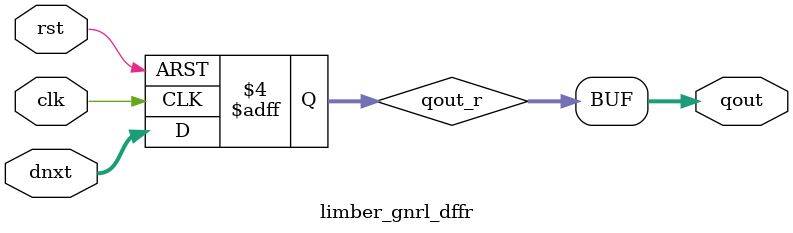
<source format=v>
`timescale 1ns / 1ps

module limber_gnrl_dffr # (
    parameter DW = 8
) (
    input               clk,
    input               rst,
    input   [DW-1:0]    dnxt,
    output  [DW-1:0]    qout
);

    reg [DW-1:0] qout_r = {DW{1'b0}};

    always @(posedge clk or posedge rst)
    begin : DFFLR_PROC
        if (rst == 1'b1)
            qout_r <= {DW{1'b0}};
        else 
            qout_r <= #1 dnxt;
    end

    assign qout = qout_r;

endmodule
</source>
